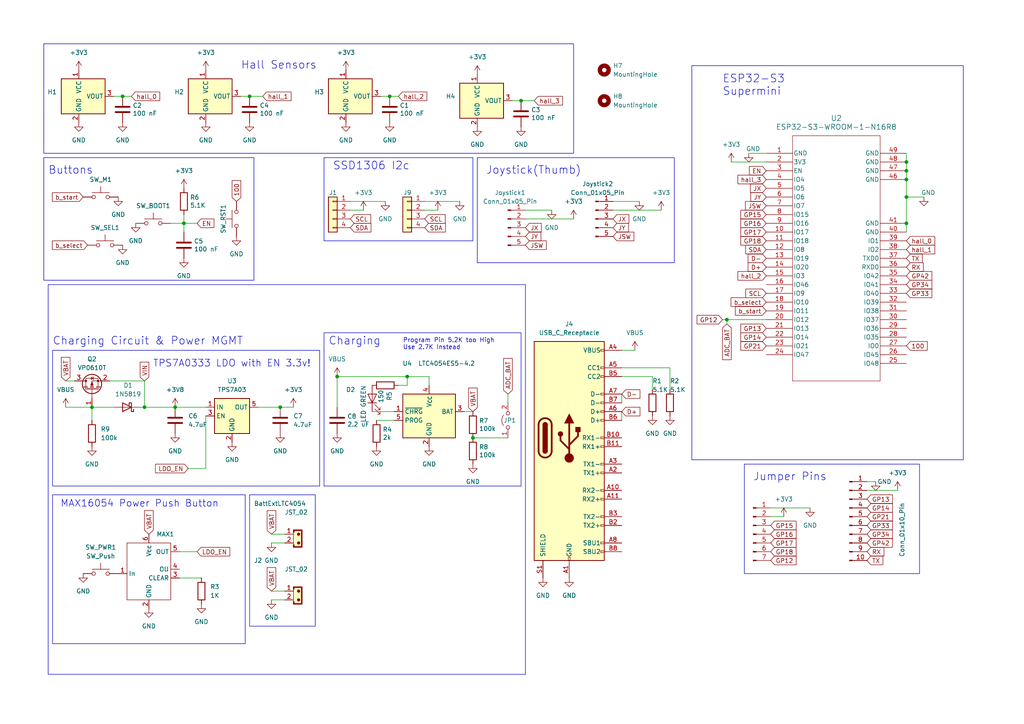
<source format=kicad_sch>
(kicad_sch (version 20230121) (generator eeschema)
  (paper "A4")
  (lib_symbols
    (symbol "2025-04-05_16-16-06:ESP32-S3-WROOM-1-N16R8" (pin_names (offset 0.254))
      (property "Reference" "U" (at 20.32 10.16 0))
      (property "Value" "ESP32-S3-WROOM-1-N16R8" (at 20.32 7.62 0))
      (symbol "ESP32-S3-WROOM-1-N16R8_0_1"
        (pin power_out line (at 0 0 0) (length 7.62) (name "GND") (number "1"))
        (pin bidirectional line (at 0 -22.86 0) (length 7.62) (name "IO17") (number "10"))
        (pin bidirectional line (at 0 -25.4 0) (length 7.62) (name "IO18") (number "11"))
        (pin bidirectional line (at 0 -27.94 0) (length 7.62) (name "IO8") (number "12"))
        (pin bidirectional line (at 0 -30.48 0) (length 7.62) (name "IO19") (number "13"))
        (pin bidirectional line (at 0 -33.02 0) (length 7.62) (name "IO20") (number "14"))
        (pin bidirectional line (at 0 -35.56 0) (length 7.62) (name "IO3") (number "15"))
        (pin bidirectional line (at 0 -38.1 0) (length 7.62) (name "IO46") (number "16"))
        (pin bidirectional line (at 0 -40.64 0) (length 7.62) (name "IO9") (number "17"))
        (pin bidirectional line (at 0 -43.18 0) (length 7.62) (name "IO10") (number "18"))
        (pin bidirectional line (at 0 -45.72 0) (length 7.62) (name "IO11") (number "19"))
        (pin power_in line (at 0 -2.54 0) (length 7.62) (name "3V3") (number "2"))
        (pin bidirectional line (at 0 -48.26 0) (length 7.62) (name "IO12") (number "20"))
        (pin bidirectional line (at 0 -50.8 0) (length 7.62) (name "IO13") (number "21"))
        (pin bidirectional line (at 0 -53.34 0) (length 7.62) (name "IO14") (number "22"))
        (pin bidirectional line (at 0 -55.88 0) (length 7.62) (name "IO21") (number "23"))
        (pin bidirectional line (at 0 -58.42 0) (length 7.62) (name "IO47") (number "24"))
        (pin bidirectional line (at 40.64 -60.96 180) (length 7.62) (name "IO48") (number "25"))
        (pin bidirectional line (at 40.64 -58.42 180) (length 7.62) (name "IO45") (number "26"))
        (pin bidirectional line (at 40.64 -55.88 180) (length 7.62) (name "IO0") (number "27"))
        (pin bidirectional line (at 40.64 -53.34 180) (length 7.62) (name "IO35") (number "28"))
        (pin bidirectional line (at 40.64 -50.8 180) (length 7.62) (name "IO36") (number "29"))
        (pin input line (at 0 -5.08 0) (length 7.62) (name "EN") (number "3"))
        (pin bidirectional line (at 40.64 -48.26 180) (length 7.62) (name "IO37") (number "30"))
        (pin bidirectional line (at 40.64 -45.72 180) (length 7.62) (name "IO38") (number "31"))
        (pin bidirectional line (at 40.64 -43.18 180) (length 7.62) (name "IO39") (number "32"))
        (pin bidirectional line (at 40.64 -40.64 180) (length 7.62) (name "IO40") (number "33"))
        (pin bidirectional line (at 40.64 -38.1 180) (length 7.62) (name "IO41") (number "34"))
        (pin bidirectional line (at 40.64 -35.56 180) (length 7.62) (name "IO42") (number "35"))
        (pin bidirectional line (at 40.64 -33.02 180) (length 7.62) (name "RXD0") (number "36"))
        (pin bidirectional line (at 40.64 -30.48 180) (length 7.62) (name "TXD0") (number "37"))
        (pin bidirectional line (at 40.64 -27.94 180) (length 7.62) (name "IO2") (number "38"))
        (pin bidirectional line (at 40.64 -25.4 180) (length 7.62) (name "IO1") (number "39"))
        (pin bidirectional line (at 0 -7.62 0) (length 7.62) (name "IO4") (number "4"))
        (pin power_out line (at 40.64 -22.86 180) (length 7.62) (name "GND") (number "40"))
        (pin power_out line (at 40.64 -20.32 180) (length 7.62) (name "GND") (number "41"))
        (pin power_out line (at 40.64 -7.62 180) (length 7.62) (name "GND") (number "46"))
        (pin power_out line (at 40.64 -5.08 180) (length 7.62) (name "GND") (number "47"))
        (pin power_out line (at 40.64 -2.54 180) (length 7.62) (name "GND") (number "48"))
        (pin power_out line (at 40.64 0 180) (length 7.62) (name "GND") (number "49"))
        (pin bidirectional line (at 0 -10.16 0) (length 7.62) (name "IO5") (number "5"))
        (pin bidirectional line (at 0 -12.7 0) (length 7.62) (name "IO6") (number "6"))
        (pin bidirectional line (at 0 -15.24 0) (length 7.62) (name "IO7") (number "7"))
        (pin bidirectional line (at 0 -17.78 0) (length 7.62) (name "IO15") (number "8"))
        (pin bidirectional line (at 0 -20.32 0) (length 7.62) (name "IO16") (number "9"))
      )
    )
    (symbol "Battery_Management:LTC4054ES5-4.2"
      (property "Reference" "U" (at -5.842 6.604 0))
      (property "Value" "LTC4054ES5-4.2" (at 1.524 6.604 0))
      (symbol "LTC4054ES5-4.2_1_1"
        (pin open_collector line (at -10.16 0 0) (length 2.54) (name "~{CHRG}") (number "1"))
        (pin power_in line (at 0 -10.16 90) (length 2.54) (name "GND") (number "2"))
        (pin power_out line (at 10.16 0 180) (length 2.54) (name "BAT") (number "3"))
        (pin power_in line (at 0 7.62 270) (length 2.54) (name "V_{CC}") (number "4"))
        (pin bidirectional line (at -10.16 -2.54 0) (length 2.54) (name "PROG") (number "5"))
      )
    )
    (symbol "ChargingStuffsLib:MAX16054"
      (property "Reference" "MAX" (at 0 10.16 0))
      (symbol "MAX16054_1_1"
        (pin input line (at -8.89 -6.35 0) (length 2.54) (name "In") (number "1"))
        (pin input line (at 0 -16.51 90) (length 2.54) (name "GND") (number "2"))
        (pin input line (at 8.89 -7.62 180) (length 2.54) (name "CLEAR") (number "3"))
        (pin input line (at 8.89 -5.08 180) (length 2.54) (name "OU") (number "4"))
        (pin input line (at 8.89 0 180) (length 2.54) (name "OUT") (number "5"))
        (pin input line (at 0 5.08 270) (length 2.54) (name "Vcc") (number "6"))
      )
    )
    (symbol "Connector:Conn_01x05_Pin" (pin_names (offset 1.016) hide)
      (property "Reference" "J" (at 0 7.62 0))
      (property "Value" "Conn_01x05_Pin" (at 0 -7.62 0))
      (symbol "Conn_01x05_Pin_1_1"
        (pin passive line (at 5.08 5.08 180) (length 3.81) (name "Pin_1") (number "1"))
        (pin passive line (at 5.08 2.54 180) (length 3.81) (name "Pin_2") (number "2"))
        (pin passive line (at 5.08 0 180) (length 3.81) (name "Pin_3") (number "3"))
        (pin passive line (at 5.08 -2.54 180) (length 3.81) (name "Pin_4") (number "4"))
        (pin passive line (at 5.08 -5.08 180) (length 3.81) (name "Pin_5") (number "5"))
      )
    )
    (symbol "Connector:Conn_01x07_Pin" (pin_names (offset 1.016) hide)
      (property "Reference" "J" (at 0 10.16 0))
      (property "Value" "Conn_01x07_Pin" (at 0 -10.16 0))
      (symbol "Conn_01x07_Pin_1_1"
        (pin passive line (at 5.08 7.62 180) (length 3.81) (name "Pin_1") (number "1"))
        (pin passive line (at 5.08 5.08 180) (length 3.81) (name "Pin_2") (number "2"))
        (pin passive line (at 5.08 2.54 180) (length 3.81) (name "Pin_3") (number "3"))
        (pin passive line (at 5.08 0 180) (length 3.81) (name "Pin_4") (number "4"))
        (pin passive line (at 5.08 -2.54 180) (length 3.81) (name "Pin_5") (number "5"))
        (pin passive line (at 5.08 -5.08 180) (length 3.81) (name "Pin_6") (number "6"))
        (pin passive line (at 5.08 -7.62 180) (length 3.81) (name "Pin_7") (number "7"))
      )
    )
    (symbol "Connector:Conn_01x10_Pin" (pin_names (offset 1.016) hide)
      (property "Reference" "J" (at 0 12.7 0))
      (property "Value" "Conn_01x10_Pin" (at 0 -15.24 0))
      (symbol "Conn_01x10_Pin_1_1"
        (pin passive line (at 5.08 10.16 180) (length 3.81) (name "Pin_1") (number "1"))
        (pin passive line (at 5.08 -12.7 180) (length 3.81) (name "Pin_10") (number "10"))
        (pin passive line (at 5.08 7.62 180) (length 3.81) (name "Pin_2") (number "2"))
        (pin passive line (at 5.08 5.08 180) (length 3.81) (name "Pin_3") (number "3"))
        (pin passive line (at 5.08 2.54 180) (length 3.81) (name "Pin_4") (number "4"))
        (pin passive line (at 5.08 0 180) (length 3.81) (name "Pin_5") (number "5"))
        (pin passive line (at 5.08 -2.54 180) (length 3.81) (name "Pin_6") (number "6"))
        (pin passive line (at 5.08 -5.08 180) (length 3.81) (name "Pin_7") (number "7"))
        (pin passive line (at 5.08 -7.62 180) (length 3.81) (name "Pin_8") (number "8"))
        (pin passive line (at 5.08 -10.16 180) (length 3.81) (name "Pin_9") (number "9"))
      )
    )
    (symbol "Connector:USB_C_Receptacle" (pin_names (offset 1.016))
      (property "Reference" "J" (at -10.16 29.21 0))
      (property "Value" "USB_C_Receptacle" (at 10.16 29.21 0))
      (symbol "USB_C_Receptacle_1_1"
        (pin passive line (at 0 -40.64 90) (length 5.08) (name "GND") (number "A1"))
        (pin bidirectional line (at 15.24 -15.24 180) (length 5.08) (name "RX2-") (number "A10"))
        (pin bidirectional line (at 15.24 -17.78 180) (length 5.08) (name "RX2+") (number "A11"))
        (pin passive line (at 0 -40.64 90) (length 5.08) hide (name "GND") (number "A12"))
        (pin bidirectional line (at 15.24 -10.16 180) (length 5.08) (name "TX1+") (number "A2"))
        (pin bidirectional line (at 15.24 -7.62 180) (length 5.08) (name "TX1-") (number "A3"))
        (pin passive line (at 15.24 25.4 180) (length 5.08) (name "VBUS") (number "A4"))
        (pin bidirectional line (at 15.24 20.32 180) (length 5.08) (name "CC1") (number "A5"))
        (pin bidirectional line (at 15.24 7.62 180) (length 5.08) (name "D+") (number "A6"))
        (pin bidirectional line (at 15.24 12.7 180) (length 5.08) (name "D-") (number "A7"))
        (pin bidirectional line (at 15.24 -30.48 180) (length 5.08) (name "SBU1") (number "A8"))
        (pin passive line (at 15.24 25.4 180) (length 5.08) hide (name "VBUS") (number "A9"))
        (pin passive line (at 0 -40.64 90) (length 5.08) hide (name "GND") (number "B1"))
        (pin bidirectional line (at 15.24 0 180) (length 5.08) (name "RX1-") (number "B10"))
        (pin bidirectional line (at 15.24 -2.54 180) (length 5.08) (name "RX1+") (number "B11"))
        (pin passive line (at 0 -40.64 90) (length 5.08) hide (name "GND") (number "B12"))
        (pin bidirectional line (at 15.24 -25.4 180) (length 5.08) (name "TX2+") (number "B2"))
        (pin bidirectional line (at 15.24 -22.86 180) (length 5.08) (name "TX2-") (number "B3"))
        (pin passive line (at 15.24 25.4 180) (length 5.08) hide (name "VBUS") (number "B4"))
        (pin bidirectional line (at 15.24 17.78 180) (length 5.08) (name "CC2") (number "B5"))
        (pin bidirectional line (at 15.24 5.08 180) (length 5.08) (name "D+") (number "B6"))
        (pin bidirectional line (at 15.24 10.16 180) (length 5.08) (name "D-") (number "B7"))
        (pin bidirectional line (at 15.24 -33.02 180) (length 5.08) (name "SBU2") (number "B8"))
        (pin passive line (at 15.24 25.4 180) (length 5.08) hide (name "VBUS") (number "B9"))
        (pin passive line (at -7.62 -40.64 90) (length 5.08) (name "SHIELD") (number "S1"))
      )
    )
    (symbol "Connector_Generic:Conn_01x04" (pin_names (offset 1.016) hide)
      (property "Reference" "J" (at 0 5.08 0))
      (property "Value" "Conn_01x04" (at 0 -7.62 0))
      (symbol "Conn_01x04_1_1"
        (pin passive line (at -5.08 2.54 0) (length 3.81) (name "Pin_1") (number "1"))
        (pin passive line (at -5.08 0 0) (length 3.81) (name "Pin_2") (number "2"))
        (pin passive line (at -5.08 -2.54 0) (length 3.81) (name "Pin_3") (number "3"))
        (pin passive line (at -5.08 -5.08 0) (length 3.81) (name "Pin_4") (number "4"))
      )
    )
    (symbol "Device:C" (pin_numbers hide) (pin_names (offset 0.254))
      (property "Reference" "C" (at 0.635 2.54 0))
      (property "Value" "C" (at 0.635 -2.54 0))
      (symbol "C_1_1"
        (pin passive line (at 0 3.81 270) (length 2.794) (name "~") (number "1"))
        (pin passive line (at 0 -3.81 90) (length 2.794) (name "~") (number "2"))
      )
    )
    (symbol "Device:LED" (pin_numbers hide) (pin_names (offset 1.016) hide)
      (property "Reference" "D" (at 0 2.54 0))
      (property "Value" "LED" (at 0 -2.54 0))
      (symbol "LED_1_1"
        (pin passive line (at -3.81 0 0) (length 2.54) (name "K") (number "1"))
        (pin passive line (at 3.81 0 180) (length 2.54) (name "A") (number "2"))
      )
    )
    (symbol "Device:R" (pin_numbers hide) (pin_names (offset 0))
      (property "Reference" "R" (at 2.032 0 90))
      (property "Value" "R" (at 0 0 90))
      (symbol "R_1_1"
        (pin passive line (at 0 3.81 270) (length 1.27) (name "~") (number "1"))
        (pin passive line (at 0 -3.81 90) (length 1.27) (name "~") (number "2"))
      )
    )
    (symbol "Diode:1N5819" (pin_numbers hide) (pin_names (offset 1.016) hide)
      (property "Reference" "D" (at 0 2.54 0))
      (property "Value" "1N5819" (at 0 -2.54 0))
      (symbol "1N5819_1_1"
        (pin passive line (at -3.81 0 0) (length 2.54) (name "K") (number "1"))
        (pin passive line (at 3.81 0 180) (length 2.54) (name "A") (number "2"))
      )
    )
    (symbol "Jumper:Jumper_2_Open" (pin_names (offset 0) hide)
      (property "Reference" "JP" (at 0 2.794 0))
      (property "Value" "Jumper_2_Open" (at 0 -2.286 0))
      (symbol "Jumper_2_Open_1_1"
        (pin passive line (at -5.08 0 0) (length 2.54) (name "A") (number "1"))
        (pin passive line (at 5.08 0 180) (length 2.54) (name "B") (number "2"))
      )
    )
    (symbol "Mechanical:MountingHole" (pin_names (offset 1.016))
      (property "Reference" "H" (at 0 5.08 0))
      (property "Value" "MountingHole" (at 0 3.175 0))
    )
    (symbol "PCM_SL_Connectors:JST_02"
      (property "Reference" "J" (at 0 7.62 0))
      (property "Value" "JST_02" (at 0 5.08 0))
      (symbol "JST_02_1_1"
        (pin passive line (at -3.81 1.27 0) (length 2.54) (name "") (number "1"))
        (pin passive line (at -3.81 -1.27 0) (length 2.54) (name "") (number "2"))
      )
    )
    (symbol "Regulator_Linear:TPS7A0508PDBV"
      (property "Reference" "U5" (at 0 10.16 0))
      (property "Value" "TPS7A03" (at 0 7.62 0))
      (symbol "TPS7A0508PDBV_0_1"
        (pin power_in line (at -7.62 2.54 0) (length 2.54) (name "IN") (number "1"))
        (pin power_in line (at 0 -7.62 90) (length 2.54) (name "GND") (number "2"))
        (pin input line (at -7.62 0 0) (length 2.54) (name "EN") (number "3"))
        (pin no_connect line (at 5.08 0 180) (length 2.54) hide (name "NC") (number "4"))
        (pin power_out line (at 7.62 2.54 180) (length 2.54) (name "OUT") (number "5"))
      )
    )
    (symbol "Sensor_Current:A1369xUA-10"
      (property "Reference" "U" (at 8.89 6.35 0))
      (property "Value" "A1369xUA-10" (at 8.89 3.81 0))
      (symbol "A1369xUA-10_1_1"
        (pin power_in line (at 0 7.62 270) (length 2.54) (name "VCC") (number "1"))
        (pin power_in line (at 0 -7.62 90) (length 2.54) (name "GND") (number "2"))
        (pin output line (at 10.16 0 180) (length 2.54) (name "VOUT") (number "3"))
      )
    )
    (symbol "Switch:SW_Push" (pin_numbers hide) (pin_names (offset 1.016) hide)
      (property "Reference" "SW" (at 1.27 2.54 0))
      (property "Value" "SW_Push" (at 0 -1.524 0))
      (symbol "SW_Push_0_1"
        (pin passive line (at -5.08 0 0) (length 2.54) (name "1") (number "1"))
        (pin passive line (at 5.08 0 180) (length 2.54) (name "2") (number "2"))
      )
    )
    (symbol "Transistor_FET:VP0610T" (pin_names hide)
      (property "Reference" "Q" (at 5.08 1.905 0))
      (property "Value" "VP0610T" (at 5.08 0 0))
      (symbol "VP0610T_1_1"
        (pin input line (at -5.08 0 0) (length 2.54) (name "G") (number "1"))
        (pin passive line (at 2.54 -5.08 90) (length 2.54) (name "S") (number "2"))
        (pin passive line (at 2.54 5.08 270) (length 2.54) (name "D") (number "3"))
      )
    )
    (symbol "power:+3V3" (power) (pin_names (offset 0))
      (property "Value" "+3V3" (at 0 3.556 0))
      (symbol "+3V3_1_1"
        (pin power_in line (at 0 0 90) (length 0) hide (name "+3V3") (number "1"))
      )
    )
    (symbol "power:+3V8" (power) (pin_names (offset 0))
      (property "Value" "+3V8" (at 0 3.556 0))
      (symbol "+3V8_1_1"
        (pin power_in line (at 0 0 90) (length 0) hide (name "+3V8") (number "1"))
      )
    )
    (symbol "power:GND" (power) (pin_names (offset 0))
      (property "Value" "GND" (at 0 -3.81 0))
      (symbol "GND_1_1"
        (pin power_in line (at 0 0 270) (length 0) hide (name "GND") (number "1"))
      )
    )
    (symbol "power:VBUS" (power) (pin_names (offset 0))
      (property "Value" "VBUS" (at 0 3.81 0))
      (symbol "VBUS_1_1"
        (pin power_in line (at 0 0 90) (length 0) hide (name "VBUS") (number "1"))
      )
    )
  )
  (junction (at 113.03 27.94))
  (junction (at 118.11 109.22))
  (junction (at 26.67 118.11))
  (junction (at 81.28 118.11))
  (junction (at 72.39 27.94))
  (junction (at 50.8 118.11))
  (junction (at 137.16 127))
  (junction (at 97.79 109.22))
  (junction (at 41.91 118.11))
  (junction (at 262.89 49.53))
  (junction (at 53.34 64.77))
  (junction (at 262.89 64.77))
  (junction (at 262.89 57.15))
  (junction (at 151.13 29.21))
  (junction (at 210.82 92.71))
  (junction (at 262.89 46.99))
  (junction (at 35.56 27.94))
  (junction (at 262.89 52.07))
  (wire (pts (xy 262.89 44.45) (xy 262.89 46.99)))
  (wire (pts (xy 35.56 27.94) (xy 33.02 27.94)))
  (wire (pts (xy 78.74 157.48) (xy 82.55 157.48)))
  (wire (pts (xy 19.05 118.11) (xy 26.67 118.11)))
  (wire (pts (xy 118.11 109.22) (xy 124.46 109.22)))
  (wire (pts (xy 262.89 57.15) (xy 262.89 64.77)))
  (wire (pts (xy 154.94 29.21) (xy 151.13 29.21)))
  (wire (pts (xy 180.34 114.3) (xy 180.34 116.84)))
  (wire (pts (xy 160.02 60.96) (xy 152.4 60.96)))
  (wire (pts (xy 262.89 46.99) (xy 262.89 49.53)))
  (wire (pts (xy 97.79 118.11) (xy 97.79 109.22)))
  (wire (pts (xy 78.74 171.45) (xy 82.55 171.45)))
  (wire (pts (xy 111.76 58.42) (xy 101.6 58.42)))
  (wire (pts (xy 41.91 118.11) (xy 50.8 118.11)))
  (wire (pts (xy 41.91 110.49) (xy 41.91 118.11)))
  (wire (pts (xy 72.39 27.94) (xy 69.85 27.94)))
  (wire (pts (xy 194.31 106.68) (xy 194.31 113.03)))
  (wire (pts (xy 180.34 119.38) (xy 180.34 121.92)))
  (wire (pts (xy 147.32 114.3) (xy 147.32 116.84)))
  (wire (pts (xy 107.95 119.38) (xy 114.3 119.38)))
  (wire (pts (xy 151.13 29.21) (xy 148.59 29.21)))
  (wire (pts (xy 118.11 111.76) (xy 118.11 109.22)))
  (wire (pts (xy 254 139.7) (xy 251.46 139.7)))
  (wire (pts (xy 115.57 111.76) (xy 118.11 111.76)))
  (wire (pts (xy 113.03 27.94) (xy 110.49 27.94)))
  (wire (pts (xy 40.64 118.11) (xy 41.91 118.11)))
  (wire (pts (xy 262.89 52.07) (xy 262.89 57.15)))
  (wire (pts (xy 209.55 92.71) (xy 210.82 92.71)))
  (wire (pts (xy 212.09 46.99) (xy 222.25 46.99)))
  (wire (pts (xy 227.33 149.86) (xy 223.52 149.86)))
  (wire (pts (xy 59.69 135.89) (xy 54.61 135.89)))
  (wire (pts (xy 78.74 173.99) (xy 82.55 173.99)))
  (wire (pts (xy 85.09 118.11) (xy 81.28 118.11)))
  (wire (pts (xy 166.37 63.5) (xy 152.4 63.5)))
  (wire (pts (xy 180.34 106.68) (xy 194.31 106.68)))
  (wire (pts (xy 50.8 118.11) (xy 59.69 118.11)))
  (wire (pts (xy 53.34 62.23) (xy 53.34 64.77)))
  (wire (pts (xy 210.82 92.71) (xy 222.25 92.71)))
  (wire (pts (xy 53.34 64.77) (xy 57.15 64.77)))
  (wire (pts (xy 115.57 27.94) (xy 113.03 27.94)))
  (wire (pts (xy 234.95 147.32) (xy 223.52 147.32)))
  (wire (pts (xy 26.67 118.11) (xy 33.02 118.11)))
  (wire (pts (xy 184.15 101.6) (xy 180.34 101.6)))
  (wire (pts (xy 81.28 118.11) (xy 74.93 118.11)))
  (wire (pts (xy 134.62 119.38) (xy 137.16 119.38)))
  (wire (pts (xy 31.75 110.49) (xy 41.91 110.49)))
  (wire (pts (xy 76.2 27.94) (xy 72.39 27.94)))
  (wire (pts (xy 52.07 167.64) (xy 58.42 167.64)))
  (wire (pts (xy 109.22 121.92) (xy 114.3 121.92)))
  (wire (pts (xy 97.79 109.22) (xy 118.11 109.22)))
  (wire (pts (xy 78.74 154.94) (xy 82.55 154.94)))
  (wire (pts (xy 217.17 44.45) (xy 222.25 44.45)))
  (wire (pts (xy 57.15 160.02) (xy 52.07 160.02)))
  (wire (pts (xy 262.89 64.77) (xy 262.89 67.31)))
  (wire (pts (xy 137.16 127) (xy 147.32 127)))
  (wire (pts (xy 53.34 64.77) (xy 53.34 67.31)))
  (wire (pts (xy 262.89 49.53) (xy 262.89 52.07)))
  (wire (pts (xy 191.77 60.96) (xy 177.8 60.96)))
  (wire (pts (xy 189.23 109.22) (xy 189.23 113.03)))
  (wire (pts (xy 180.34 109.22) (xy 189.23 109.22)))
  (wire (pts (xy 26.67 118.11) (xy 26.67 121.92)))
  (wire (pts (xy 49.53 64.77) (xy 53.34 64.77)))
  (wire (pts (xy 19.05 110.49) (xy 21.59 110.49)))
  (wire (pts (xy 124.46 109.22) (xy 124.46 111.76)))
  (wire (pts (xy 267.97 57.15) (xy 262.89 57.15)))
  (wire (pts (xy 133.35 58.42) (xy 123.19 58.42)))
  (wire (pts (xy 127 60.96) (xy 123.19 60.96)))
  (wire (pts (xy 260.35 142.24) (xy 251.46 142.24)))
  (wire (pts (xy 38.1 27.94) (xy 35.56 27.94)))
  (wire (pts (xy 59.69 120.65) (xy 59.69 135.89)))
  (wire (pts (xy 105.41 60.96) (xy 101.6 60.96)))
  (wire (pts (xy 185.42 58.42) (xy 177.8 58.42)))
  (wire (pts (xy 210.82 93.98) (xy 210.82 92.71)))
  (rectangle (start 15.24 101.6) (end 92.71 140.97))
  (rectangle (start 138.43 45.72) (end 195.58 76.2))
  (rectangle (start 200.66 19.05) (end 279.4 133.35))
  (rectangle (start 215.9 134.62) (end 266.7 166.37))
  (rectangle (start 15.24 143.51) (end 71.12 186.69))
  (rectangle (start 12.7 45.72) (end 73.66 81.28))
  (rectangle (start 93.98 45.72) (end 137.16 69.85))
  (rectangle (start 13.97 82.55) (end 152.4 195.58))
  (rectangle (start 93.98 96.52) (end 151.13 140.97))
  (rectangle (start 72.39 143.51) (end 91.44 181.61))
  (rectangle (start 12.7 12.7) (end 166.37 44.45))
  (text "Jumper Pins" (at 218.44 139.7 0) (effects (font (size 2.27 2.27)) (justify left bottom)))
  (text "Buttons" (at 13.97 50.8 0) (effects (font (size 2.27 2.27)) (justify left bottom)))
  (text "MAX16054 Power Push Button" (at 63.5 147.32 0) (effects (font (size 2 2)) (justify right bottom)))
  (text "Joystick(Thumb)" (at 140.97 50.8 0) (effects (font (size 2.27 2.27)) (justify left bottom)))
  (text "Program Pin 5.2K too High\nUse 2.7K Instead\n" (at 116.84 101.6 0) (effects (font (size 1.27 1.27)) (justify left bottom)))
  (text "Charging\n" (at 95.25 100.33 0) (effects (font (size 2.27 2.27)) (justify left bottom)))
  (text "ESP32-S3\nSupermini" (at 209.55 27.94 0) (effects (font (size 2.27 2.27)) (justify left bottom)))
  (text "Charging Circuit & Power MGMT" (at 15.24 100.33 0) (effects (font (size 2.27 2.27)) (justify left bottom)))
  (text "SSD1306 I2c" (at 96.52 49.53 0) (effects (font (size 2.27 2.27)) (justify left bottom)))
  (text "TPS7A0333 LDO with EN 3.3v!" (at 90.17 106.68 0) (effects (font (size 2 2)) (justify right bottom)))
  (text "Hall Sensors" (at 69.85 20.32 0) (effects (font (size 2.27 2.27)) (justify left bottom)))
  (global_label "RX" (shape input) (at 262.89 77.47 0) (property "Intersheetrefs" "${INTERSHEET_REFS}" (effects hide)))
  (global_label "LDO_EN" (shape input) (at 54.61 135.89 180) (property "Intersheetrefs" "${INTERSHEET_REFS}" (effects hide)))
  (global_label "ADC_BAT" (shape input) (at 147.32 114.3 90) (property "Intersheetrefs" "${INTERSHEET_REFS}" (effects hide)))
  (global_label "VIN" (shape input) (at 41.91 110.49 90) (property "Intersheetrefs" "${INTERSHEET_REFS}" (effects hide)))
  (global_label "GP14" (shape input) (at 222.25 97.79 180) (property "Intersheetrefs" "${INTERSHEET_REFS}" (effects hide)))
  (global_label "100" (shape input) (at 68.58 58.42 90) (property "Intersheetrefs" "${INTERSHEET_REFS}" (effects hide)))
  (global_label "b_start" (shape input) (at 222.25 90.17 180) (property "Intersheetrefs" "${INTERSHEET_REFS}" (effects hide)))
  (global_label "D+" (shape input) (at 180.34 119.38 0) (property "Intersheetrefs" "${INTERSHEET_REFS}" (effects hide)))
  (global_label "SCL" (shape input) (at 101.6 63.5 0) (property "Intersheetrefs" "${INTERSHEET_REFS}" (effects hide)))
  (global_label "GP15" (shape input) (at 223.52 152.4 0) (property "Intersheetrefs" "${INTERSHEET_REFS}" (effects hide)))
  (global_label "EN" (shape input) (at 57.15 64.77 0) (property "Intersheetrefs" "${INTERSHEET_REFS}" (effects hide)))
  (global_label "EN" (shape input) (at 222.25 49.53 180) (property "Intersheetrefs" "${INTERSHEET_REFS}" (effects hide)))
  (global_label "JY" (shape input) (at 177.8 66.04 0) (property "Intersheetrefs" "${INTERSHEET_REFS}" (effects hide)))
  (global_label "GP13" (shape input) (at 222.25 95.25 180) (property "Intersheetrefs" "${INTERSHEET_REFS}" (effects hide)))
  (global_label "GP12" (shape input) (at 209.55 92.71 180) (property "Intersheetrefs" "${INTERSHEET_REFS}" (effects hide)))
  (global_label "JY" (shape input) (at 222.25 57.15 180) (property "Intersheetrefs" "${INTERSHEET_REFS}" (effects hide)))
  (global_label "JY" (shape input) (at 152.4 68.58 0) (property "Intersheetrefs" "${INTERSHEET_REFS}" (effects hide)))
  (global_label "GP17" (shape input) (at 222.25 67.31 180) (property "Intersheetrefs" "${INTERSHEET_REFS}" (effects hide)))
  (global_label "b_start" (shape input) (at 24.13 57.15 180) (property "Intersheetrefs" "${INTERSHEET_REFS}" (effects hide)))
  (global_label "hall_1" (shape input) (at 262.89 72.39 0) (property "Intersheetrefs" "${INTERSHEET_REFS}" (effects hide)))
  (global_label "hall_3" (shape input) (at 154.94 29.21 0) (property "Intersheetrefs" "${INTERSHEET_REFS}" (effects hide)))
  (global_label "VBAT" (shape input) (at 78.74 154.94 90) (property "Intersheetrefs" "${INTERSHEET_REFS}" (effects hide)))
  (global_label "GP14" (shape input) (at 251.46 147.32 0) (property "Intersheetrefs" "${INTERSHEET_REFS}" (effects hide)))
  (global_label "LDO_EN" (shape input) (at 57.15 160.02 0) (property "Intersheetrefs" "${INTERSHEET_REFS}" (effects hide)))
  (global_label "hall_2" (shape input) (at 115.57 27.94 0) (property "Intersheetrefs" "${INTERSHEET_REFS}" (effects hide)))
  (global_label "GP12" (shape input) (at 223.52 162.56 0) (property "Intersheetrefs" "${INTERSHEET_REFS}" (effects hide)))
  (global_label "b_select" (shape input) (at 25.4 71.12 180) (property "Intersheetrefs" "${INTERSHEET_REFS}" (effects hide)))
  (global_label "GP34" (shape input) (at 262.89 82.55 0) (property "Intersheetrefs" "${INTERSHEET_REFS}" (effects hide)))
  (global_label "TX" (shape input) (at 251.46 162.56 0) (property "Intersheetrefs" "${INTERSHEET_REFS}" (effects hide)))
  (global_label "SCL" (shape input) (at 123.19 63.5 0) (property "Intersheetrefs" "${INTERSHEET_REFS}" (effects hide)))
  (global_label "D-" (shape input) (at 180.34 114.3 0) (property "Intersheetrefs" "${INTERSHEET_REFS}" (effects hide)))
  (global_label "SCL" (shape input) (at 222.25 85.09 180) (property "Intersheetrefs" "${INTERSHEET_REFS}" (effects hide)))
  (global_label "ADC_BAT" (shape input) (at 210.82 93.98 270) (property "Intersheetrefs" "${INTERSHEET_REFS}" (effects hide)))
  (global_label "GP18" (shape input) (at 223.52 160.02 0) (property "Intersheetrefs" "${INTERSHEET_REFS}" (effects hide)))
  (global_label "JSW" (shape input) (at 177.8 68.58 0) (property "Intersheetrefs" "${INTERSHEET_REFS}" (effects hide)))
  (global_label "VBAT" (shape input) (at 43.18 154.94 90) (property "Intersheetrefs" "${INTERSHEET_REFS}" (effects hide)))
  (global_label "GP16" (shape input) (at 223.52 154.94 0) (property "Intersheetrefs" "${INTERSHEET_REFS}" (effects hide)))
  (global_label "VBAT" (shape input) (at 137.16 119.38 90) (property "Intersheetrefs" "${INTERSHEET_REFS}" (effects hide)))
  (global_label "TX" (shape input) (at 262.89 74.93 0) (property "Intersheetrefs" "${INTERSHEET_REFS}" (effects hide)))
  (global_label "SDA" (shape input) (at 123.19 66.04 0) (property "Intersheetrefs" "${INTERSHEET_REFS}" (effects hide)))
  (global_label "D-" (shape input) (at 222.25 74.93 180) (property "Intersheetrefs" "${INTERSHEET_REFS}" (effects hide)))
  (global_label "SDA" (shape input) (at 101.6 66.04 0) (property "Intersheetrefs" "${INTERSHEET_REFS}" (effects hide)))
  (global_label "JSW" (shape input) (at 222.25 59.69 180) (property "Intersheetrefs" "${INTERSHEET_REFS}" (effects hide)))
  (global_label "hall_1" (shape input) (at 76.2 27.94 0) (property "Intersheetrefs" "${INTERSHEET_REFS}" (effects hide)))
  (global_label "hall_3" (shape input) (at 222.25 52.07 180) (property "Intersheetrefs" "${INTERSHEET_REFS}" (effects hide)))
  (global_label "RX" (shape input) (at 251.46 160.02 0) (property "Intersheetrefs" "${INTERSHEET_REFS}" (effects hide)))
  (global_label "GP33" (shape input) (at 262.89 85.09 0) (property "Intersheetrefs" "${INTERSHEET_REFS}" (effects hide)))
  (global_label "GP21" (shape input) (at 222.25 100.33 180) (property "Intersheetrefs" "${INTERSHEET_REFS}" (effects hide)))
  (global_label "JX" (shape input) (at 152.4 66.04 0) (property "Intersheetrefs" "${INTERSHEET_REFS}" (effects hide)))
  (global_label "JSW" (shape input) (at 152.4 71.12 0) (property "Intersheetrefs" "${INTERSHEET_REFS}" (effects hide)))
  (global_label "GP42" (shape input) (at 251.46 157.48 0) (property "Intersheetrefs" "${INTERSHEET_REFS}" (effects hide)))
  (global_label "D+" (shape input) (at 222.25 77.47 180) (property "Intersheetrefs" "${INTERSHEET_REFS}" (effects hide)))
  (global_label "hall_2" (shape input) (at 222.25 80.01 180) (property "Intersheetrefs" "${INTERSHEET_REFS}" (effects hide)))
  (global_label "JX" (shape input) (at 177.8 63.5 0) (property "Intersheetrefs" "${INTERSHEET_REFS}" (effects hide)))
  (global_label "GP16" (shape input) (at 222.25 64.77 180) (property "Intersheetrefs" "${INTERSHEET_REFS}" (effects hide)))
  (global_label "SDA" (shape input) (at 222.25 72.39 180) (property "Intersheetrefs" "${INTERSHEET_REFS}" (effects hide)))
  (global_label "b_select" (shape input) (at 222.25 87.63 180) (property "Intersheetrefs" "${INTERSHEET_REFS}" (effects hide)))
  (global_label "GP17" (shape input) (at 223.52 157.48 0) (property "Intersheetrefs" "${INTERSHEET_REFS}" (effects hide)))
  (global_label "GP18" (shape input) (at 222.25 69.85 180) (property "Intersheetrefs" "${INTERSHEET_REFS}" (effects hide)))
  (global_label "VBAT" (shape input) (at 19.05 110.49 90) (property "Intersheetrefs" "${INTERSHEET_REFS}" (effects hide)))
  (global_label "VBAT" (shape input) (at 78.74 171.45 90) (property "Intersheetrefs" "${INTERSHEET_REFS}" (effects hide)))
  (global_label "GP15" (shape input) (at 222.25 62.23 180) (property "Intersheetrefs" "${INTERSHEET_REFS}" (effects hide)))
  (global_label "GP33" (shape input) (at 251.46 152.4 0) (property "Intersheetrefs" "${INTERSHEET_REFS}" (effects hide)))
  (global_label "GP34" (shape input) (at 251.46 154.94 0) (property "Intersheetrefs" "${INTERSHEET_REFS}" (effects hide)))
  (global_label "hall_0" (shape input) (at 38.1 27.94 0) (property "Intersheetrefs" "${INTERSHEET_REFS}" (effects hide)))
  (global_label "JX" (shape input) (at 222.25 54.61 180) (property "Intersheetrefs" "${INTERSHEET_REFS}" (effects hide)))
  (global_label "GP13" (shape input) (at 251.46 144.78 0) (property "Intersheetrefs" "${INTERSHEET_REFS}" (effects hide)))
  (global_label "hall_0" (shape input) (at 262.89 69.85 0) (property "Intersheetrefs" "${INTERSHEET_REFS}" (effects hide)))
  (global_label "100" (shape input) (at 262.89 100.33 0) (property "Intersheetrefs" "${INTERSHEET_REFS}" (effects hide)))
  (global_label "GP21" (shape input) (at 251.46 149.86 0) (property "Intersheetrefs" "${INTERSHEET_REFS}" (effects hide)))
  (global_label "GP42" (shape input) (at 262.89 80.01 0) (property "Intersheetrefs" "${INTERSHEET_REFS}" (effects hide)))
  (symbol (lib_id "Switch:SW_Push") (at 68.58 63.5 90) (unit 1)
    (property "Reference" "SW_RST1" (at 64.77 63.5 0))
    (property "Value" "SW_Push" (effects hide))
    (property "Footprint" "OpenMuscleDevKit:EVQP2P02M" (effects hide))
  )
  (symbol (lib_id "Switch:SW_Push") (at 44.45 64.77 0) (unit 1)
    (property "Reference" "SW_BOOT1" (at 44.45 59.69 0))
    (property "Value" "SW_Push" (effects hide))
    (property "Footprint" "OpenMuscleDevKit:EVQP2P02M" (effects hide))
  )
  (symbol (lib_id "power:GND") (at 97.79 125.73 0) (unit 1)
    (property "Reference" "#PWR034" (effects hide))
    (property "Value" "GND" (at 97.79 130.81 0))
  )
  (symbol (lib_id "power:GND") (at 59.69 35.56 0) (unit 1)
    (property "Reference" "#PWR014" (effects hide))
    (property "Value" "GND" (at 59.69 40.64 0))
  )
  (symbol (lib_id "Sensor_Current:A1369xUA-10") (at 22.86 27.94 0) (unit 1)
    (property "Reference" "H1" (at 16.51 26.67 0) (effects (justify right)))
    (property "Value" "A1369xUA-10" (effects hide))
    (property "Footprint" "Connector_PinHeader_2.00mm:PinHeader_1x03_P2.00mm_Vertical" (effects hide))
    (property "Datasheet" "http://www.allegromicro.com/~/media/Files/Datasheets/A1369-Datasheet.ashx?la=en" (effects hide))
  )
  (symbol (lib_id "ChargingStuffsLib:MAX16054") (at 43.18 160.02 0) (unit 1)
    (property "Reference" "MAX1" (at 45.3741 154.94 0) (effects (justify left)))
    (property "Value" "~" (at 43.18 160.02 0))
    (property "Footprint" "Package_TO_SOT_SMD:SOT-23-6" (effects hide))
  )
  (symbol (lib_id "Device:R") (at 137.16 123.19 0) (unit 1)
    (property "Reference" "R7" (at 138.938 122.0216 0) (effects (justify left)))
    (property "Value" "100k" (at 138.938 124.333 0) (effects (justify left)))
    (property "Footprint" "Resistor_SMD:R_0603_1608Metric" (effects hide))
    (property "JLCPN" "C25905" (effects hide))
  )
  (symbol (lib_id "power:+3V8") (at 50.8 118.11 0) (unit 1)
    (property "Reference" "#PWR023" (effects hide))
    (property "Value" "+3V8" (at 50.8 113.03 0))
  )
  (symbol (lib_id "power:GND") (at 157.48 167.64 0) (unit 1)
    (property "Reference" "#PWR019" (effects hide))
    (property "Value" "GND" (at 157.48 172.72 0))
  )
  (symbol (lib_id "Device:C") (at 81.28 121.92 0) (unit 1)
    (property "Reference" "C7" (at 85.09 120.65 0) (effects (justify left)))
    (property "Value" "4.7uF" (at 85.09 123.19 0) (effects (justify left)))
    (property "Footprint" "Capacitor_SMD:C_0805_2012Metric" (effects hide))
  )
  (symbol (lib_id "Device:R") (at 137.16 130.81 0) (unit 1)
    (property "Reference" "R8" (at 138.938 129.6416 0) (effects (justify left)))
    (property "Value" "100k" (at 138.938 131.953 0) (effects (justify left)))
    (property "Footprint" "Resistor_SMD:R_0603_1608Metric" (effects hide))
    (property "JLCPN" "C25905" (effects hide))
  )
  (symbol (lib_id "power:GND") (at 24.13 166.37 0) (unit 1)
    (property "Reference" "#PWR022" (effects hide))
    (property "Value" "GND" (at 24.13 171.45 0))
  )
  (symbol (lib_id "power:GND") (at 194.31 120.65 0) (unit 1)
    (property "Reference" "#PWR047" (effects hide))
    (property "Value" "GND" (at 194.31 125.73 0))
  )
  (symbol (lib_id "Device:R") (at 189.23 116.84 0) (unit 1)
    (property "Reference" "R1" (at 189.23 110.49 0) (effects (justify left)))
    (property "Value" "5.1K" (at 189.23 113.03 0) (effects (justify left)))
    (property "Footprint" "Resistor_SMD:R_0603_1608Metric" (effects hide))
    (property "JLCPN" "C25905" (effects hide))
  )
  (symbol (lib_id "power:GND") (at 78.74 157.48 0) (unit 1)
    (property "Reference" "#PWR039" (effects hide))
    (property "Value" "GND" (at 78.74 162.56 0))
  )
  (symbol (lib_id "Regulator_Linear:TPS7A0508PDBV") (at 67.31 120.65 0) (unit 1)
    (property "Reference" "U3" (at 67.31 110.49 0))
    (property "Value" "TPS7A03" (at 67.31 113.03 0))
    (property "Footprint" "Package_TO_SOT_SMD:SOT-23-5" (effects hide))
    (property "Datasheet" "https://www.ti.com/lit/ds/symlink/tps7a05.pdf" (effects hide))
  )
  (symbol (lib_id "power:GND") (at 50.8 125.73 0) (unit 1)
    (property "Reference" "#PWR024" (effects hide))
    (property "Value" "GND" (at 50.8 130.81 0))
  )
  (symbol (lib_id "Device:C") (at 50.8 121.92 0) (unit 1)
    (property "Reference" "C6" (at 54.61 120.65 0) (effects (justify left)))
    (property "Value" "4.7uF" (at 54.61 123.19 0) (effects (justify left)))
    (property "Footprint" "Capacitor_SMD:C_0805_2012Metric" (effects hide))
  )
  (symbol (lib_id "Connector:Conn_01x05_Pin") (at 172.72 63.5 0) (unit 1)
    (property "Reference" "Joystick2" (at 173.355 53.34 0))
    (property "Value" "Conn_01x05_Pin" (at 173.355 55.88 0))
    (property "Footprint" "Connector_PinHeader_2.00mm:PinHeader_1x05_P2.00mm_Vertical" (effects hide))
  )
  (symbol (lib_id "power:GND") (at 138.43 36.83 0) (unit 1)
    (property "Reference" "#PWR07" (effects hide))
    (property "Value" "GND" (at 138.43 41.91 0))
  )
  (symbol (lib_id "Connector:Conn_01x10_Pin") (at 246.38 149.86 0) (unit 1)
    (property "Reference" "J3" (effects hide))
    (property "Value" "Conn_01x10_Pin" (at 261.62 153.67 90))
    (property "Footprint" "Connector_PinHeader_2.00mm:PinHeader_1x10_P2.00mm_Vertical" (effects hide))
  )
  (symbol (lib_id "power:+3V3") (at 53.34 54.61 0) (unit 1)
    (property "Reference" "#PWR050" (effects hide))
    (property "Value" "+3V3" (at 53.34 49.53 0))
  )
  (symbol (lib_id "power:+3V3") (at 166.37 63.5 0) (unit 1)
    (property "Reference" "#PWR042" (effects hide))
    (property "Value" "+3V3" (at 166.37 58.42 0))
  )
  (symbol (lib_id "power:GND") (at 34.29 57.15 0) (unit 1)
    (property "Reference" "#PWR036" (effects hide))
    (property "Value" "GND" (at 34.29 62.23 0))
  )
  (symbol (lib_id "Mechanical:MountingHole") (at 175.26 20.32 0) (unit 1)
    (property "Reference" "H7" (at 177.8 19.05 0) (effects (justify left)))
    (property "Value" "MountingHole" (at 177.8 21.59 0) (effects (justify left)))
    (property "Footprint" "MountingHole:MountingHole_2.2mm_M2" (effects hide))
  )
  (symbol (lib_id "Jumper:Jumper_2_Open") (at 147.32 121.92 90) (unit 1)
    (property "Reference" "JP1" (at 146.05 121.92 90) (effects (justify right)))
    (property "Value" "Jumper_2_Open" (effects hide))
    (property "Footprint" "Jumper:SolderJumper-2_P1.3mm_Open_TrianglePad1.0x1.5mm" (effects hide))
  )
  (symbol (lib_id "power:GND") (at 109.22 129.54 0) (unit 1)
    (property "Reference" "#PWR035" (effects hide))
    (property "Value" "GND" (at 109.22 134.62 0))
  )
  (symbol (lib_id "power:+3V3") (at 212.09 46.99 0) (unit 1)
    (property "Reference" "#PWR054" (effects hide))
    (property "Value" "+3V3" (at 212.09 41.91 0))
  )
  (symbol (lib_id "Transistor_FET:VP0610T") (at 26.67 113.03 90) (unit 1)
    (property "Reference" "Q2" (at 26.67 104.14 90))
    (property "Value" "VP0610T" (at 26.67 106.68 90))
    (property "Footprint" "Package_TO_SOT_SMD:SOT-23" (effects hide))
    (property "Datasheet" "http://www.vishay.com/docs/70209/70209.pdf" (effects hide))
  )
  (symbol (lib_id "power:GND") (at 113.03 35.56 0) (unit 1)
    (property "Reference" "#PWR03" (effects hide))
    (property "Value" "GND" (at 113.03 40.64 0))
  )
  (symbol (lib_id "Battery_Management:LTC4054ES5-4.2") (at 124.46 119.38 0) (unit 1)
    (property "Reference" "U4" (at 118.11 105.41 0))
    (property "Value" "LTC4054ES5-4.2" (at 129.54 105.41 0))
    (property "Footprint" "Package_TO_SOT_SMD:TSOT-23-5" (effects hide))
    (property "Datasheet" "https://www.analog.com/media/en/technical-documentation/data-sheets/405442xf.pdf" (effects hide))
  )
  (symbol (lib_id "power:GND") (at 22.86 35.56 0) (unit 1)
    (property "Reference" "#PWR06" (effects hide))
    (property "Value" "GND" (at 22.86 40.64 0))
  )
  (symbol (lib_id "power:+3V3") (at 127 60.96 0) (unit 1)
    (property "Reference" "#PWR043" (effects hide))
    (property "Value" "+3V3" (at 127 55.88 0))
  )
  (symbol (lib_id "power:GND") (at 254 139.7 0) (unit 1)
    (property "Reference" "#PWR028" (effects hide))
    (property "Value" "GND" (at 256.54 139.7 0))
  )
  (symbol (lib_id "power:GND") (at 133.35 58.42 0) (unit 1)
    (property "Reference" "#PWR044" (effects hide))
    (property "Value" "GND" (at 133.35 63.5 0))
  )
  (symbol (lib_id "power:GND") (at 53.34 74.93 0) (unit 1)
    (property "Reference" "#PWR048" (effects hide))
    (property "Value" "GND" (at 53.34 80.01 0))
  )
  (symbol (lib_id "Connector:USB_C_Receptacle") (at 165.1 127 0) (unit 1)
    (property "Reference" "J4" (at 165.1 93.98 0))
    (property "Value" "USB_C_Receptacle" (at 165.1 96.52 0))
    (property "Footprint" "Connector_USB:USB_C_Receptacle_HRO_TYPE-C-31-M-12" (effects hide))
    (property "Datasheet" "https://www.usb.org/sites/default/files/documents/usb_type-c.zip" (effects hide))
  )
  (symbol (lib_id "Device:C") (at 151.13 33.02 180) (unit 1)
    (property "Reference" "C3" (at 154.051 31.8516 0) (effects (justify right)))
    (property "Value" "100 nF" (at 154.051 34.163 0) (effects (justify right)))
    (property "Footprint" "Capacitor_SMD:C_0402_1005Metric" (effects hide))
    (property "JLCPN" "C1525" (effects hide))
  )
  (symbol (lib_id "power:+3V3") (at 138.43 21.59 0) (unit 1)
    (property "Reference" "#PWR04" (effects hide))
    (property "Value" "+3V3" (at 138.43 16.51 0))
  )
  (symbol (lib_id "Sensor_Current:A1369xUA-10") (at 100.33 27.94 0) (unit 1)
    (property "Reference" "H3" (at 93.98 26.67 0) (effects (justify right)))
    (property "Value" "A1369xUA-10" (effects hide))
    (property "Footprint" "Connector_PinHeader_2.00mm:PinHeader_1x03_P2.00mm_Vertical" (effects hide))
    (property "Datasheet" "http://www.allegromicro.com/~/media/Files/Datasheets/A1369-Datasheet.ashx?la=en" (effects hide))
  )
  (symbol (lib_id "Switch:SW_Push") (at 30.48 71.12 0) (unit 1)
    (property "Reference" "SW_SEL1" (at 30.48 66.04 0))
    (property "Value" "SW_Push" (effects hide))
    (property "Footprint" "OpenMuscleDevKit:EVQP2P02M" (effects hide))
  )
  (symbol (lib_id "Device:R") (at 58.42 171.45 0) (unit 1)
    (property "Reference" "R3" (at 60.96 170.18 0) (effects (justify left)))
    (property "Value" "1K" (at 60.96 172.72 0) (effects (justify left)))
    (property "Footprint" "Resistor_SMD:R_0603_1608Metric" (effects hide))
  )
  (symbol (lib_id "power:+3V3") (at 260.35 142.24 0) (unit 1)
    (property "Reference" "#PWR021" (effects hide))
    (property "Value" "+3V3" (at 260.35 137.16 0))
  )
  (symbol (lib_id "power:GND") (at 39.37 64.77 0) (unit 1)
    (property "Reference" "#PWR049" (effects hide))
    (property "Value" "GND" (at 39.37 69.85 0))
  )
  (symbol (lib_id "power:VBUS") (at 97.79 109.22 0) (unit 1)
    (property "Reference" "#PWR033" (effects hide))
    (property "Value" "VBUS" (at 97.79 104.14 0))
  )
  (symbol (lib_id "power:+3V3") (at 22.86 20.32 0) (unit 1)
    (property "Reference" "#PWR05" (effects hide))
    (property "Value" "+3V3" (at 22.86 15.24 0))
  )
  (symbol (lib_id "power:GND") (at 72.39 35.56 0) (unit 1)
    (property "Reference" "#PWR015" (effects hide))
    (property "Value" "GND" (at 72.39 40.64 0))
  )
  (symbol (lib_id "Device:R") (at 109.22 125.73 0) (unit 1)
    (property "Reference" "R4" (at 110.998 124.5616 0) (effects (justify left)))
    (property "Value" "2k" (at 110.998 126.873 0) (effects (justify left)))
    (property "Footprint" "Resistor_SMD:R_0603_1608Metric" (effects hide))
    (property "JLCPN" "C25905" (effects hide))
  )
  (symbol (lib_id "power:GND") (at 58.42 175.26 0) (unit 1)
    (property "Reference" "#PWR031" (effects hide))
    (property "Value" "GND" (at 58.42 180.34 0))
  )
  (symbol (lib_id "power:+3V3") (at 227.33 149.86 0) (unit 1)
    (property "Reference" "#PWR018" (effects hide))
    (property "Value" "+3V3" (at 227.33 144.78 0))
  )
  (symbol (lib_id "power:GND") (at 26.67 129.54 0) (unit 1)
    (property "Reference" "#PWR052" (effects hide))
    (property "Value" "GND" (at 26.67 134.62 0))
  )
  (symbol (lib_id "power:GND") (at 100.33 35.56 0) (unit 1)
    (property "Reference" "#PWR02" (effects hide))
    (property "Value" "GND" (at 100.33 40.64 0))
  )
  (symbol (lib_id "Sensor_Current:A1369xUA-10") (at 59.69 27.94 0) (unit 1)
    (property "Reference" "H2" (at 53.34 26.67 0) (effects (justify right)))
    (property "Value" "A1369xUA-10" (effects hide))
    (property "Footprint" "Connector_PinHeader_2.00mm:PinHeader_1x03_P2.00mm_Vertical" (effects hide))
    (property "Datasheet" "http://www.allegromicro.com/~/media/Files/Datasheets/A1369-Datasheet.ashx?la=en" (effects hide))
  )
  (symbol (lib_id "Device:R") (at 53.34 58.42 0) (unit 1)
    (property "Reference" "R6" (at 55.118 57.2516 0) (effects (justify left)))
    (property "Value" "5.1K" (at 55.118 59.563 0) (effects (justify left)))
    (property "Footprint" "Resistor_SMD:R_0603_1608Metric" (effects hide))
    (property "JLCPN" "C25905" (effects hide))
  )
  (symbol (lib_id "power:GND") (at 189.23 120.65 0) (unit 1)
    (property "Reference" "#PWR046" (effects hide))
    (property "Value" "GND" (at 189.23 125.73 0))
  )
  (symbol (lib_id "Device:R") (at 26.67 125.73 0) (unit 1)
    (property "Reference" "R9" (at 29.21 124.46 0) (effects (justify left)))
    (property "Value" "100k" (at 29.21 127 0) (effects (justify left)))
    (property "Footprint" "Resistor_SMD:R_0603_1608Metric" (effects hide))
  )
  (symbol (lib_id "power:GND") (at 137.16 134.62 0) (unit 1)
    (property "Reference" "#PWR051" (effects hide))
    (property "Value" "GND" (at 137.16 139.7 0))
  )
  (symbol (lib_id "Device:C") (at 53.34 71.12 180) (unit 1)
    (property "Reference" "C5" (at 56.261 69.9516 0) (effects (justify right)))
    (property "Value" "100 nF" (at 56.261 72.263 0) (effects (justify right)))
    (property "Footprint" "Capacitor_SMD:C_0402_1005Metric" (effects hide))
    (property "JLCPN" "C1525" (effects hide))
  )
  (symbol (lib_id "power:+3V3") (at 191.77 60.96 0) (unit 1)
    (property "Reference" "#PWR020" (effects hide))
    (property "Value" "+3V3" (at 191.77 55.88 0))
  )
  (symbol (lib_id "Switch:SW_Push") (at 29.21 166.37 0) (unit 1)
    (property "Reference" "SW_PWR1" (at 29.21 158.75 0))
    (property "Value" "SW_Push" (at 29.21 161.29 0))
    (property "Footprint" "OpenMuscleDevKit:EVQP2P02M" (effects hide))
  )
  (symbol (lib_id "Connector:Conn_01x05_Pin") (at 147.32 66.04 0) (unit 1)
    (property "Reference" "Joystick1" (at 147.955 55.88 0))
    (property "Value" "Conn_01x05_Pin" (at 147.955 58.42 0))
    (property "Footprint" "Connector_PinHeader_2.00mm:PinHeader_1x05_P2.00mm_Vertical" (effects hide))
  )
  (symbol (lib_id "power:GND") (at 151.13 36.83 0) (unit 1)
    (property "Reference" "#PWR09" (effects hide))
    (property "Value" "GND" (at 151.13 41.91 0))
  )
  (symbol (lib_id "power:GND") (at 35.56 35.56 0) (unit 1)
    (property "Reference" "#PWR08" (effects hide))
    (property "Value" "GND" (at 35.56 40.64 0))
  )
  (symbol (lib_id "power:VBUS") (at 184.15 101.6 0) (unit 1)
    (property "Reference" "#PWR017" (effects hide))
    (property "Value" "VBUS" (at 184.15 96.52 0))
  )
  (symbol (lib_id "Connector_Generic:Conn_01x04") (at 118.11 60.96 0) (mirror y) (unit 1)
    (property "Reference" "J9" (at 119.38 55.88 0) (effects (justify left)))
    (property "Value" "Conn_01x04" (effects hide))
    (property "Footprint" "Connector_PinHeader_2.54mm:PinHeader_1x04_P2.54mm_Vertical" (effects hide))
  )
  (symbol (lib_id "Diode:1N5819") (at 36.83 118.11 180) (unit 1)
    (property "Reference" "D1" (at 37.1475 111.76 0))
    (property "Value" "1N5819" (at 37.1475 114.3 0))
    (property "Footprint" "Diode_SMD:D_SOD-123F" (effects hide))
    (property "Datasheet" "http://www.vishay.com/docs/88525/1n5817.pdf" (effects hide))
  )
  (symbol (lib_id "Device:C") (at 97.79 121.92 180) (unit 1)
    (property "Reference" "C8" (at 100.711 120.7516 0) (effects (justify right)))
    (property "Value" "2.2 uF" (at 100.711 123.063 0) (effects (justify right)))
    (property "Footprint" "Capacitor_SMD:C_0603_1608Metric" (effects hide))
    (property "JLCPN" "C12530" (effects hide))
  )
  (symbol (lib_id "power:GND") (at 68.58 68.58 0) (unit 1)
    (property "Reference" "#PWR038" (effects hide))
    (property "Value" "GND" (at 68.58 73.66 0))
  )
  (symbol (lib_id "Connector:Conn_01x07_Pin") (at 218.44 154.94 0) (unit 1)
    (property "Reference" "J6" (effects hide))
    (property "Value" "Conn_01x07_Pin" (effects hide))
    (property "Footprint" "Connector_PinHeader_2.00mm:PinHeader_1x07_P2.00mm_Vertical" (effects hide))
  )
  (symbol (lib_id "power:GND") (at 43.18 176.53 0) (unit 1)
    (property "Reference" "#PWR029" (effects hide))
    (property "Value" "GND" (at 43.18 181.61 0))
  )
  (symbol (lib_id "2025-04-05_16-16-06:ESP32-S3-WROOM-1-N16R8") (at 222.25 44.45 0) (unit 1)
    (property "Reference" "U2" (at 242.57 34.29 0) (effects (font (size 1.524 1.524))))
    (property "Value" "ESP32-S3-WROOM-1-N16R8" (at 242.57 36.83 0) (effects (font (size 1.524 1.524))))
    (property "Footprint" "footprints:ESP32-S3-WROOM-1_EXP" (effects hide))
    (property "Datasheet" "ESP32-S3-WROOM-1-N16R8" (effects hide))
  )
  (symbol (lib_id "power:+3V3") (at 85.09 118.11 0) (unit 1)
    (property "Reference" "#PWR032" (effects hide))
    (property "Value" "+3V3" (at 85.09 113.03 0))
  )
  (symbol (lib_id "Device:C") (at 35.56 31.75 180) (unit 1)
    (property "Reference" "C2" (at 38.481 30.5816 0) (effects (justify right)))
    (property "Value" "100 nF" (at 38.481 32.893 0) (effects (justify right)))
    (property "Footprint" "Capacitor_SMD:C_0402_1005Metric" (effects hide))
    (property "JLCPN" "C1525" (effects hide))
  )
  (symbol (lib_id "power:GND") (at 160.02 60.96 0) (unit 1)
    (property "Reference" "#PWR041" (effects hide))
    (property "Value" "GND" (at 160.02 66.04 0))
  )
  (symbol (lib_id "power:GND") (at 35.56 71.12 0) (unit 1)
    (property "Reference" "#PWR040" (effects hide))
    (property "Value" "GND" (at 35.56 76.2 0))
  )
  (symbol (lib_id "Mechanical:MountingHole") (at 175.26 29.21 0) (unit 1)
    (property "Reference" "H8" (at 177.8 27.94 0) (effects (justify left)))
    (property "Value" "MountingHole" (at 177.8 30.48 0) (effects (justify left)))
    (property "Footprint" "MountingHole:MountingHole_2.2mm_M2" (effects hide))
  )
  (symbol (lib_id "power:GND") (at 217.17 44.45 0) (unit 1)
    (property "Reference" "#PWR055" (effects hide))
    (property "Value" "GND" (at 218.44 43.18 0))
  )
  (symbol (lib_id "power:GND") (at 267.97 57.15 0) (unit 1)
    (property "Reference" "#PWR011" (effects hide))
    (property "Value" "GND" (at 269.24 55.88 0))
  )
  (symbol (lib_id "Device:C") (at 113.03 31.75 180) (unit 1)
    (property "Reference" "C1" (at 115.951 30.5816 0) (effects (justify right)))
    (property "Value" "100 nF" (at 115.951 32.893 0) (effects (justify right)))
    (property "Footprint" "Capacitor_SMD:C_0402_1005Metric" (effects hide))
    (property "JLCPN" "C1525" (effects hide))
  )
  (symbol (lib_id "power:GND") (at 234.95 147.32 0) (unit 1)
    (property "Reference" "#PWR016" (effects hide))
    (property "Value" "GND" (at 234.95 152.4 0))
  )
  (symbol (lib_id "power:+3V3") (at 100.33 20.32 0) (unit 1)
    (property "Reference" "#PWR01" (effects hide))
    (property "Value" "+3V3" (at 100.33 15.24 0))
  )
  (symbol (lib_id "PCM_SL_Connectors:JST_02") (at 86.36 172.72 0) (unit 1)
    (property "Reference" "J2" (at 73.66 162.56 0) (effects (justify left)))
    (property "Value" "JST_02" (at 82.55 165.1 0) (effects (justify left)))
    (property "Footprint" "Connector_JST:JST_EH_B2B-EH-A_1x02_P2.50mm_Vertical" (effects hide))
  )
  (symbol (lib_id "Connector_Generic:Conn_01x04") (at 96.52 60.96 0) (mirror y) (unit 1)
    (property "Reference" "J1" (at 97.79 55.88 0) (effects (justify left)))
    (property "Value" "Conn_01x04" (effects hide))
    (property "Footprint" "Connector_PinHeader_2.54mm:PinHeader_1x04_P2.54mm_Vertical" (effects hide))
  )
  (symbol (lib_id "Switch:SW_Push") (at 29.21 57.15 0) (unit 1)
    (property "Reference" "SW_M1" (at 29.21 52.07 0))
    (property "Value" "SW_Push" (effects hide))
    (property "Footprint" "OpenMuscleDevKit:EVQP2P02M" (effects hide))
  )
  (symbol (lib_id "power:VBUS") (at 19.05 118.11 0) (unit 1)
    (property "Reference" "#PWR053" (effects hide))
    (property "Value" "VBUS" (at 19.05 113.03 0))
  )
  (symbol (lib_id "power:GND") (at 111.76 58.42 0) (unit 1)
    (property "Reference" "#PWR026" (effects hide))
    (property "Value" "GND" (at 111.76 63.5 0))
  )
  (symbol (lib_id "power:+3V3") (at 59.69 20.32 0) (unit 1)
    (property "Reference" "#PWR013" (effects hide))
    (property "Value" "+3V3" (at 59.69 15.24 0))
  )
  (symbol (lib_id "power:GND") (at 81.28 125.73 0) (unit 1)
    (property "Reference" "#PWR030" (effects hide))
    (property "Value" "GND" (at 81.28 130.81 0))
  )
  (symbol (lib_id "Device:C") (at 72.39 31.75 180) (unit 1)
    (property "Reference" "C4" (at 75.311 30.5816 0) (effects (justify right)))
    (property "Value" "100 nF" (at 75.311 32.893 0) (effects (justify right)))
    (property "Footprint" "Capacitor_SMD:C_0402_1005Metric" (effects hide))
    (property "JLCPN" "C1525" (effects hide))
  )
  (symbol (lib_id "power:GND") (at 185.42 58.42 0) (unit 1)
    (property "Reference" "#PWR012" (effects hide))
    (property "Value" "GND" (at 185.42 63.5 0))
  )
  (symbol (lib_id "power:GND") (at 124.46 129.54 0) (unit 1)
    (property "Reference" "#PWR037" (effects hide))
    (property "Value" "GND" (at 124.46 134.62 0))
  )
  (symbol (lib_id "PCM_SL_Connectors:JST_02") (at 86.36 156.21 0) (unit 1)
    (property "Reference" "BattExtLTC4054" (at 73.66 146.05 0) (effects (justify left)))
    (property "Value" "JST_02" (at 82.55 148.59 0) (effects (justify left)))
    (property "Footprint" "Connector_JST:JST_EH_B2B-EH-A_1x02_P2.50mm_Vertical" (effects hide))
  )
  (symbol (lib_id "Device:R") (at 194.31 116.84 0) (unit 1)
    (property "Reference" "R2" (at 194.31 110.49 0) (effects (justify left)))
    (property "Value" "5.1K" (at 194.31 113.03 0) (effects (justify left)))
    (property "Footprint" "Resistor_SMD:R_0603_1608Metric" (effects hide))
    (property "JLCPN" "C25905" (effects hide))
  )
  (symbol (lib_id "power:GND") (at 67.31 128.27 0) (unit 1)
    (property "Reference" "#PWR027" (effects hide))
    (property "Value" "GND" (at 67.31 133.35 0))
  )
  (symbol (lib_id "Device:R") (at 111.76 111.76 270) (unit 1)
    (property "Reference" "R5" (at 112.9284 113.538 0) (effects (justify left)))
    (property "Value" "150" (at 110.49 113.03 0) (effects (justify left)))
    (property "Footprint" "Resistor_SMD:R_0603_1608Metric" (effects hide))
    (property "JLCPN" "C4109" (effects hide))
  )
  (symbol (lib_id "power:+3V3") (at 105.41 60.96 0) (unit 1)
    (property "Reference" "#PWR025" (effects hide))
    (property "Value" "+3V3" (at 105.41 55.88 0))
  )
  (symbol (lib_id "power:GND") (at 78.74 173.99 0) (unit 1)
    (property "Reference" "#PWR010" (effects hide))
    (property "Value" "GND" (at 78.74 179.07 0))
  )
  (symbol (lib_id "Device:LED") (at 107.95 115.57 90) (unit 1)
    (property "Reference" "D2" (at 100.33 113.03 90) (effects (justify right)))
    (property "Value" "LED GREEN" (at 105.41 111.76 0) (effects (justify right)))
    (property "Footprint" "LED_SMD:LED_0805_2012Metric" (effects hide))
    (property "JLCPN" "C72043" (effects hide))
  )
  (symbol (lib_id "Sensor_Current:A1369xUA-10") (at 138.43 29.21 0) (unit 1)
    (property "Reference" "H4" (at 132.08 27.94 0) (effects (justify right)))
    (property "Value" "A1369xUA-10" (effects hide))
    (property "Footprint" "Connector_PinHeader_2.00mm:PinHeader_1x03_P2.00mm_Vertical" (effects hide))
    (property "Datasheet" "http://www.allegromicro.com/~/media/Files/Datasheets/A1369-Datasheet.ashx?la=en" (effects hide))
  )
  (symbol (lib_id "power:GND") (at 165.1 167.64 0) (unit 1)
    (property "Reference" "#PWR045" (effects hide))
    (property "Value" "GND" (at 165.1 172.72 0))
  )
)
</source>
